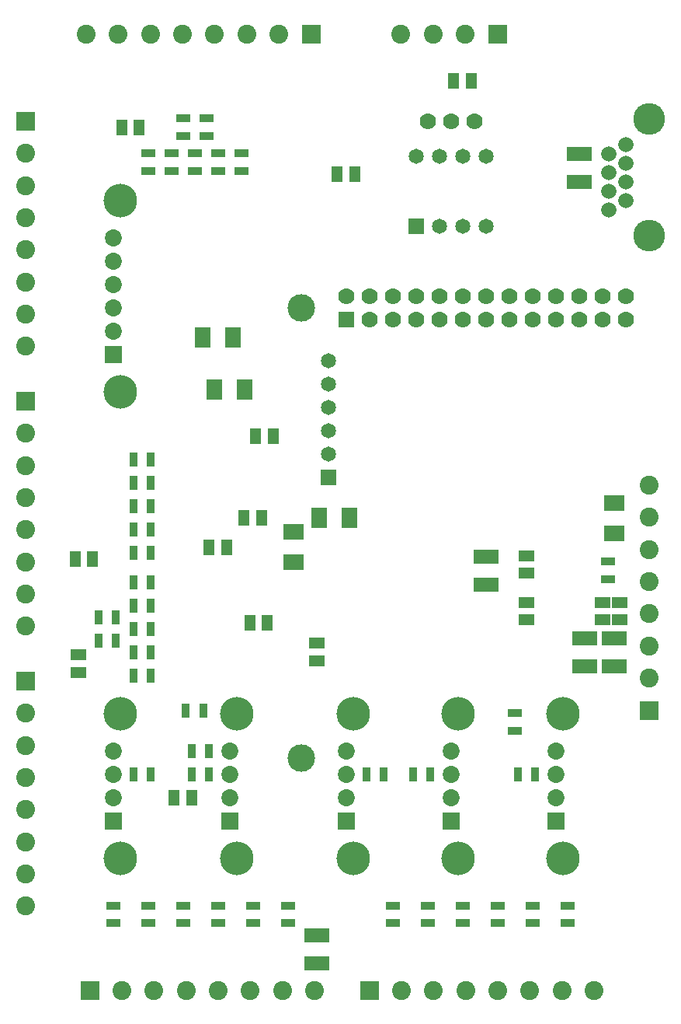
<source format=gbs>
%FSLAX46Y46*%
G04 Gerber Fmt 4.6, Leading zero omitted, Abs format (unit mm)*
G04 Created by KiCad (PCBNEW (2014-10-08 BZR 5171)-product) date 10/19/2014 5:22:49 PM*
%MOMM*%
G01*
G04 APERTURE LIST*
%ADD10C,0.100000*%
%ADD11R,1.778000X1.778000*%
%ADD12C,1.778000*%
%ADD13C,3.004000*%
%ADD14R,1.778000X2.286000*%
%ADD15R,1.143000X1.651000*%
%ADD16R,2.794000X1.524000*%
%ADD17R,1.651000X1.143000*%
%ADD18R,2.286000X1.778000*%
%ADD19R,1.651000X1.651000*%
%ADD20C,1.651000*%
%ADD21R,1.854200X1.854200*%
%ADD22C,1.854200*%
%ADD23C,3.657600*%
%ADD24C,1.662000*%
%ADD25C,3.454000*%
%ADD26R,0.954000X1.554000*%
%ADD27R,1.554000X0.954000*%
%ADD28R,2.054000X2.054000*%
%ADD29C,2.054000*%
G04 APERTURE END LIST*
D10*
D11*
X156845000Y-70485000D03*
D12*
X156845000Y-67945000D03*
X159385000Y-70485000D03*
X159385000Y-67945000D03*
X161925000Y-70485000D03*
X161925000Y-67945000D03*
X164465000Y-70485000D03*
X164465000Y-67945000D03*
X167005000Y-70485000D03*
X167005000Y-67945000D03*
X169545000Y-70485000D03*
X169545000Y-67945000D03*
X172085000Y-70485000D03*
X172085000Y-67945000D03*
X174625000Y-70485000D03*
X174625000Y-67945000D03*
X177165000Y-70485000D03*
X177165000Y-67945000D03*
X179705000Y-70485000D03*
X179705000Y-67945000D03*
X182245000Y-70485000D03*
X182245000Y-67945000D03*
X184785000Y-70485000D03*
X184785000Y-67945000D03*
X187325000Y-70485000D03*
X187325000Y-67945000D03*
D13*
X151975000Y-69215000D03*
X151975000Y-118215000D03*
D14*
X153924000Y-92075000D03*
X157226000Y-92075000D03*
D15*
X170497500Y-44450000D03*
X168592500Y-44450000D03*
D16*
X186055000Y-105156000D03*
X186055000Y-108204000D03*
X182880000Y-105156000D03*
X182880000Y-108204000D03*
D17*
X186690000Y-103187500D03*
X186690000Y-101282500D03*
X184785000Y-103187500D03*
X184785000Y-101282500D03*
X176530000Y-98107500D03*
X176530000Y-96202500D03*
D16*
X182245000Y-52451000D03*
X182245000Y-55499000D03*
X153670000Y-140589000D03*
X153670000Y-137541000D03*
D17*
X176530000Y-101282500D03*
X176530000Y-103187500D03*
D18*
X186055000Y-93726000D03*
X186055000Y-90424000D03*
D16*
X172085000Y-96266000D03*
X172085000Y-99314000D03*
D15*
X138112500Y-122555000D03*
X140017500Y-122555000D03*
X129222500Y-96520000D03*
X127317500Y-96520000D03*
D17*
X127635000Y-108902500D03*
X127635000Y-106997500D03*
D15*
X134302500Y-49530000D03*
X132397500Y-49530000D03*
X157797500Y-54610000D03*
X155892500Y-54610000D03*
D17*
X153670000Y-107632500D03*
X153670000Y-105727500D03*
D14*
X141224000Y-72390000D03*
X144526000Y-72390000D03*
D18*
X151130000Y-93599000D03*
X151130000Y-96901000D03*
D14*
X142494000Y-78105000D03*
X145796000Y-78105000D03*
D15*
X147637500Y-92075000D03*
X145732500Y-92075000D03*
X143827500Y-95250000D03*
X141922500Y-95250000D03*
X147002500Y-83185000D03*
X148907500Y-83185000D03*
X148272500Y-103505000D03*
X146367500Y-103505000D03*
D19*
X154940000Y-87630000D03*
D20*
X154940000Y-85090000D03*
X154940000Y-82550000D03*
X154940000Y-80010000D03*
X154940000Y-77470000D03*
X154940000Y-74930000D03*
D21*
X179705000Y-125095000D03*
D22*
X179705000Y-122555000D03*
X179705000Y-120015000D03*
X179705000Y-117475000D03*
D23*
X180467000Y-129159000D03*
X180467000Y-113411000D03*
D21*
X168275000Y-125095000D03*
D22*
X168275000Y-122555000D03*
X168275000Y-120015000D03*
X168275000Y-117475000D03*
D23*
X169037000Y-129159000D03*
X169037000Y-113411000D03*
D21*
X156845000Y-125095000D03*
D22*
X156845000Y-122555000D03*
X156845000Y-120015000D03*
X156845000Y-117475000D03*
D23*
X157607000Y-129159000D03*
X157607000Y-113411000D03*
D21*
X131445000Y-74295000D03*
D22*
X131445000Y-71755000D03*
X131445000Y-69215000D03*
X131445000Y-66675000D03*
D23*
X132207000Y-78359000D03*
X132207000Y-57531000D03*
D22*
X131445000Y-64135000D03*
X131445000Y-61595000D03*
D21*
X144145000Y-125095000D03*
D22*
X144145000Y-122555000D03*
X144145000Y-120015000D03*
X144145000Y-117475000D03*
D23*
X144907000Y-129159000D03*
X144907000Y-113411000D03*
D21*
X131445000Y-125095000D03*
D22*
X131445000Y-122555000D03*
X131445000Y-120015000D03*
X131445000Y-117475000D03*
D23*
X132207000Y-129159000D03*
X132207000Y-113411000D03*
D24*
X187325000Y-51435000D03*
X185545000Y-52455000D03*
X187325000Y-53475000D03*
X185545000Y-54495000D03*
X187325000Y-55515000D03*
X185545000Y-56535000D03*
X187325000Y-57555000D03*
X185545000Y-58575000D03*
D25*
X189865000Y-48640000D03*
X189865000Y-61340000D03*
D26*
X133670000Y-109220000D03*
X135570000Y-109220000D03*
X133670000Y-106680000D03*
X135570000Y-106680000D03*
X129860000Y-105410000D03*
X131760000Y-105410000D03*
X133670000Y-104140000D03*
X135570000Y-104140000D03*
X129860000Y-102870000D03*
X131760000Y-102870000D03*
X133670000Y-101600000D03*
X135570000Y-101600000D03*
X133670000Y-99060000D03*
X135570000Y-99060000D03*
X133670000Y-95885000D03*
X135570000Y-95885000D03*
X133670000Y-93345000D03*
X135570000Y-93345000D03*
X133670000Y-90805000D03*
X135570000Y-90805000D03*
X133670000Y-88265000D03*
X135570000Y-88265000D03*
X133670000Y-85725000D03*
X135570000Y-85725000D03*
D27*
X135255000Y-52390000D03*
X135255000Y-54290000D03*
X137795000Y-52390000D03*
X137795000Y-54290000D03*
X139065000Y-48580000D03*
X139065000Y-50480000D03*
X140335000Y-52390000D03*
X140335000Y-54290000D03*
X141605000Y-48580000D03*
X141605000Y-50480000D03*
X142875000Y-52390000D03*
X142875000Y-54290000D03*
X145415000Y-52390000D03*
X145415000Y-54290000D03*
X180975000Y-134305000D03*
X180975000Y-136205000D03*
X177165000Y-134305000D03*
X177165000Y-136205000D03*
X173355000Y-134305000D03*
X173355000Y-136205000D03*
X169545000Y-134305000D03*
X169545000Y-136205000D03*
X165735000Y-134305000D03*
X165735000Y-136205000D03*
X161925000Y-134305000D03*
X161925000Y-136205000D03*
D26*
X177480000Y-120015000D03*
X175580000Y-120015000D03*
X166050000Y-120015000D03*
X164150000Y-120015000D03*
X159070000Y-120015000D03*
X160970000Y-120015000D03*
D27*
X150495000Y-134305000D03*
X150495000Y-136205000D03*
X146685000Y-134305000D03*
X146685000Y-136205000D03*
X142875000Y-134305000D03*
X142875000Y-136205000D03*
X139065000Y-134305000D03*
X139065000Y-136205000D03*
X135255000Y-134305000D03*
X135255000Y-136205000D03*
X131445000Y-134305000D03*
X131445000Y-136205000D03*
D26*
X141920000Y-120015000D03*
X140020000Y-120015000D03*
X133670000Y-120015000D03*
X135570000Y-120015000D03*
X141285000Y-113030000D03*
X139385000Y-113030000D03*
X140020000Y-117475000D03*
X141920000Y-117475000D03*
D27*
X185420000Y-96840000D03*
X185420000Y-98740000D03*
X175260000Y-113350000D03*
X175260000Y-115250000D03*
D12*
X168275000Y-48895000D03*
X170815000Y-48895000D03*
X165735000Y-48895000D03*
D19*
X164465000Y-60325000D03*
D20*
X167005000Y-60325000D03*
X169545000Y-60325000D03*
X172085000Y-60325000D03*
X172085000Y-52705000D03*
X169545000Y-52705000D03*
X167005000Y-52705000D03*
X164465000Y-52705000D03*
D28*
X128905000Y-143510000D03*
D29*
X132405000Y-143510000D03*
X135905000Y-143510000D03*
X139405000Y-143510000D03*
X142905000Y-143510000D03*
X146405000Y-143510000D03*
X149905000Y-143510000D03*
X153405000Y-143510000D03*
D28*
X159385000Y-143510000D03*
D29*
X162885000Y-143510000D03*
X166385000Y-143510000D03*
X169885000Y-143510000D03*
X173385000Y-143510000D03*
X176885000Y-143510000D03*
X180385000Y-143510000D03*
X183885000Y-143510000D03*
D28*
X153035000Y-39370000D03*
D29*
X149535000Y-39370000D03*
X146035000Y-39370000D03*
X142535000Y-39370000D03*
X139035000Y-39370000D03*
X135535000Y-39370000D03*
X132035000Y-39370000D03*
X128535000Y-39370000D03*
D28*
X173355000Y-39370000D03*
D29*
X169855000Y-39370000D03*
X166355000Y-39370000D03*
X162855000Y-39370000D03*
D28*
X121920000Y-109855000D03*
D29*
X121920000Y-113355000D03*
X121920000Y-116855000D03*
X121920000Y-120355000D03*
X121920000Y-123855000D03*
X121920000Y-127355000D03*
X121920000Y-130855000D03*
X121920000Y-134355000D03*
D28*
X121920000Y-79375000D03*
D29*
X121920000Y-82875000D03*
X121920000Y-86375000D03*
X121920000Y-89875000D03*
X121920000Y-93375000D03*
X121920000Y-96875000D03*
X121920000Y-100375000D03*
X121920000Y-103875000D03*
D28*
X121920000Y-48895000D03*
D29*
X121920000Y-52395000D03*
X121920000Y-55895000D03*
X121920000Y-59395000D03*
X121920000Y-62895000D03*
X121920000Y-66395000D03*
X121920000Y-69895000D03*
X121920000Y-73395000D03*
D28*
X189865000Y-113030000D03*
D29*
X189865000Y-109530000D03*
X189865000Y-106030000D03*
X189865000Y-102530000D03*
X189865000Y-99030000D03*
X189865000Y-95530000D03*
X189865000Y-92030000D03*
X189865000Y-88530000D03*
M02*

</source>
